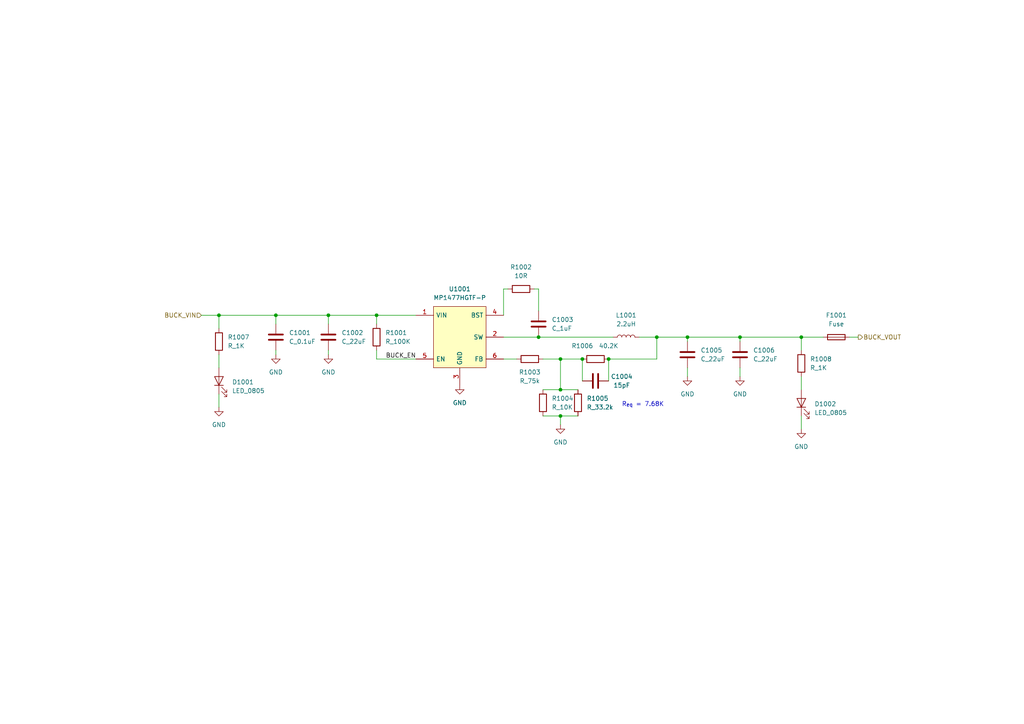
<source format=kicad_sch>
(kicad_sch (version 20211123) (generator eeschema)
  (paper "A4")
  (lib_symbols
    (symbol "Device:C" (pin_numbers hide) (pin_names (offset 0.254))
      (property "Reference" "C" (at 0.635 2.54 0))
      (property "Value" "C" (at 0.635 -2.54 0))
      (symbol "C_0_1"
        (polyline (pts (xy -2.032 -0.762) (xy 2.032 -0.762)) (stroke (width 0.508)))
        (polyline (pts (xy -2.032 0.762) (xy 2.032 0.762)) (stroke (width 0.508)))
      )
      (symbol "C_1_1"
        (pin passive line (at 0 3.81 270) (length 2.794) (name "~") (number "1"))
        (pin passive line (at 0 -3.81 90) (length 2.794) (name "~") (number "2"))
      )
    )
    (symbol "Device:Fuse" (pin_numbers hide) (pin_names (offset 0))
      (property "Reference" "F" (at 2.032 0 90))
      (property "Value" "Fuse" (at -1.905 0 90))
      (symbol "Fuse_0_1"
        (rectangle (start -0.762 -2.54) (end 0.762 2.54) (stroke (width 0.254)))
        (polyline (pts (xy 0 2.54) (xy 0 -2.54)))
      )
      (symbol "Fuse_1_1"
        (pin passive line (at 0 3.81 270) (length 1.27) (name "~") (number "1"))
        (pin passive line (at 0 -3.81 90) (length 1.27) (name "~") (number "2"))
      )
    )
    (symbol "Device:L" (pin_numbers hide) (pin_names (offset 1.016) hide)
      (property "Reference" "L" (at -1.27 0 90))
      (property "Value" "L" (at 1.905 0 90))
      (symbol "L_0_1"
        (arc (start 0 -2.54) (mid 0.635 -1.905) (end 0 -1.27))
        (arc (start 0 -1.27) (mid 0.635 -0.635) (end 0 0))
        (arc (start 0 0) (mid 0.635 0.635) (end 0 1.27))
        (arc (start 0 1.27) (mid 0.635 1.905) (end 0 2.54))
      )
      (symbol "L_1_1"
        (pin passive line (at 0 3.81 270) (length 1.27) (name "1") (number "1"))
        (pin passive line (at 0 -3.81 90) (length 1.27) (name "2") (number "2"))
      )
    )
    (symbol "Device:R" (pin_numbers hide) (pin_names (offset 0))
      (property "Reference" "R" (at 2.032 0 90))
      (property "Value" "R" (at 0 0 90))
      (symbol "R_0_1"
        (rectangle (start -1.016 -2.54) (end 1.016 2.54) (stroke (width 0.254)))
      )
      (symbol "R_1_1"
        (pin passive line (at 0 3.81 270) (length 1.27) (name "~") (number "1"))
        (pin passive line (at 0 -3.81 90) (length 1.27) (name "~") (number "2"))
      )
    )
    (symbol "formula:C_0.1uF" (pin_numbers hide) (pin_names (offset 0.254))
      (property "Reference" "C" (at 0.635 2.54 0))
      (property "Value" "C_0.1uF" (at 0.635 -2.54 0))
      (symbol "C_0.1uF_0_1"
        (polyline (pts (xy -2.032 -0.762) (xy 2.032 -0.762)) (stroke (width 0.508)))
        (polyline (pts (xy -2.032 0.762) (xy 2.032 0.762)) (stroke (width 0.508)))
      )
      (symbol "C_0.1uF_1_1"
        (pin passive line (at 0 3.81 270) (length 2.794) (name "~") (number "1"))
        (pin passive line (at 0 -3.81 90) (length 2.794) (name "~") (number "2"))
      )
    )
    (symbol "formula:C_1uF" (pin_numbers hide) (pin_names (offset 0.254))
      (property "Reference" "C" (at 0.635 3.81 0))
      (property "Value" "C_1uF" (at 0.635 -1.27 0))
      (symbol "C_1uF_0_1"
        (polyline (pts (xy -2.032 0.508) (xy 2.032 0.508)) (stroke (width 0.508)))
        (polyline (pts (xy -2.032 2.032) (xy 2.032 2.032)) (stroke (width 0.508)))
      )
      (symbol "C_1uF_1_1"
        (pin passive line (at 0 5.08 270) (length 2.794) (name "~") (number "1"))
        (pin passive line (at 0 -2.54 90) (length 2.794) (name "~") (number "2"))
      )
    )
    (symbol "formula:C_22uF" (pin_numbers hide) (pin_names (offset 0.254))
      (property "Reference" "C" (at 0.635 2.54 0))
      (property "Value" "C_22uF" (at 0.635 -2.54 0))
      (symbol "C_22uF_0_1"
        (polyline (pts (xy -2.032 -0.762) (xy 2.032 -0.762)) (stroke (width 0.508)))
        (polyline (pts (xy -2.032 0.762) (xy 2.032 0.762)) (stroke (width 0.508)))
      )
      (symbol "C_22uF_1_1"
        (pin passive line (at 0 3.81 270) (length 2.794) (name "~") (number "1"))
        (pin passive line (at 0 -3.81 90) (length 2.794) (name "~") (number "2"))
      )
    )
    (symbol "formula:LED_0805" (pin_numbers hide) (pin_names (offset 1.016) hide)
      (property "Reference" "D" (at 0 -2.54 0))
      (property "Value" "LED_0805" (at 0 2.54 0))
      (symbol "LED_0805_0_1"
        (polyline (pts (xy -1.27 -1.27) (xy -1.27 1.27)) (stroke (width 0.2032)))
        (polyline (pts (xy -1.27 0) (xy 1.27 0)))
        (polyline (pts (xy 1.27 -1.27) (xy 1.27 1.27) (xy -1.27 0) (xy 1.27 -1.27)) (stroke (width 0.2032)))
        (polyline (pts (xy -3.048 -0.762) (xy -4.572 -2.286) (xy -3.81 -2.286) (xy -4.572 -2.286) (xy -4.572 -1.524)))
        (polyline (pts (xy -1.778 -0.762) (xy -3.302 -2.286) (xy -2.54 -2.286) (xy -3.302 -2.286) (xy -3.302 -1.524)))
      )
      (symbol "LED_0805_1_1"
        (pin passive line (at -3.81 0 0) (length 2.54) (name "K") (number "1"))
        (pin passive line (at 3.81 0 180) (length 2.54) (name "A") (number "2"))
      )
    )
    (symbol "formula:MP1477HGTF-P" (pin_names (offset 0.762))
      (property "Reference" "U" (at -7.62 12.7 0))
      (property "Value" "MP1477HGTF-P" (at -7.62 10.16 0))
      (symbol "MP1477HGTF-P_0_0"
        (pin passive line (at -12.7 6.35 0) (length 5.08) (name "VIN") (number "1"))
        (pin passive line (at 12.7 0 180) (length 5.08) (name "SW") (number "2"))
        (pin passive line (at 0 -13.97 90) (length 5.08) (name "GND") (number "3"))
        (pin passive line (at 12.7 6.35 180) (length 5.08) (name "BST") (number "4"))
        (pin passive line (at -12.7 -6.35 0) (length 5.08) (name "EN") (number "5"))
        (pin passive line (at 12.7 -6.35 180) (length 5.08) (name "FB") (number "6"))
      )
      (symbol "MP1477HGTF-P_0_1"
        (polyline (pts (xy -7.62 8.89) (xy 7.62 8.89) (xy 7.62 -8.89) (xy -7.62 -8.89) (xy -7.62 8.89)) (stroke (width 0.1524)) (fill (type background)))
      )
    )
    (symbol "formula:R_100K" (pin_numbers hide) (pin_names (offset 0))
      (property "Reference" "R" (at 2.032 0 90))
      (property "Value" "R_100K" (at -2.54 0 90))
      (symbol "R_100K_0_1"
        (rectangle (start -1.016 -2.54) (end 1.016 2.54) (stroke (width 0.254)))
      )
      (symbol "R_100K_1_1"
        (pin passive line (at 0 3.81 270) (length 1.27) (name "~") (number "1"))
        (pin passive line (at 0 -3.81 90) (length 1.27) (name "~") (number "2"))
      )
    )
    (symbol "formula:R_10K" (pin_numbers hide) (pin_names (offset 0))
      (property "Reference" "R" (at 2.032 0 90))
      (property "Value" "R_10K" (at -2.54 0 90))
      (symbol "R_10K_0_1"
        (rectangle (start -1.016 -2.54) (end 1.016 2.54) (stroke (width 0.254)))
      )
      (symbol "R_10K_1_1"
        (pin passive line (at 0 3.81 270) (length 1.27) (name "~") (number "1"))
        (pin passive line (at 0 -3.81 90) (length 1.27) (name "~") (number "2"))
      )
    )
    (symbol "formula:R_1K" (pin_numbers hide) (pin_names (offset 0))
      (property "Reference" "R" (at 2.032 0 90))
      (property "Value" "R_1K" (at -2.54 0 90))
      (symbol "R_1K_0_1"
        (rectangle (start -1.016 -2.54) (end 1.016 2.54) (stroke (width 0.254)))
      )
      (symbol "R_1K_1_1"
        (pin passive line (at 0 3.81 270) (length 1.27) (name "~") (number "1"))
        (pin passive line (at 0 -3.81 90) (length 1.27) (name "~") (number "2"))
      )
    )
    (symbol "formula:R_33.2k" (pin_numbers hide) (pin_names (offset 0))
      (property "Reference" "R" (at 2.032 0 90))
      (property "Value" "R_33.2k" (at -2.54 0 90))
      (symbol "R_33.2k_0_1"
        (rectangle (start -1.016 -2.54) (end 1.016 2.54) (stroke (width 0.254)))
      )
      (symbol "R_33.2k_1_1"
        (pin passive line (at 0 3.81 270) (length 1.27) (name "~") (number "1"))
        (pin passive line (at 0 -3.81 90) (length 1.27) (name "~") (number "2"))
      )
    )
    (symbol "formula:R_75k" (pin_numbers hide) (pin_names (offset 0))
      (property "Reference" "R" (at 2.032 0 90))
      (property "Value" "R_75k" (at -2.54 0 90))
      (symbol "R_75k_0_1"
        (rectangle (start -1.016 -2.54) (end 1.016 2.54) (stroke (width 0.254)))
      )
      (symbol "R_75k_1_1"
        (pin passive line (at 0 3.81 270) (length 1.27) (name "~") (number "1"))
        (pin passive line (at 0 -3.81 90) (length 1.27) (name "~") (number "2"))
      )
    )
    (symbol "power:GND" (power) (pin_names (offset 0))
      (property "Value" "GND" (at 0 -3.81 0))
      (symbol "GND_0_1"
        (polyline (pts (xy 0 0) (xy 0 -1.27) (xy 1.27 -1.27) (xy 0 -2.54) (xy -1.27 -1.27) (xy 0 -1.27)))
      )
      (symbol "GND_1_1"
        (pin power_in line (at 0 0 270) (length 0) hide (name "GND") (number "1"))
      )
    )
  )
  (junction (at 95.25 91.44))
  (junction (at 162.56 104.14))
  (junction (at 162.56 120.65))
  (junction (at 232.41 97.79))
  (junction (at 63.5 91.44))
  (junction (at 176.53 104.14))
  (junction (at 109.22 91.44))
  (junction (at 199.39 97.79))
  (junction (at 190.5 97.79))
  (junction (at 162.56 113.03))
  (junction (at 214.63 97.79))
  (junction (at 168.91 104.14))
  (junction (at 156.21 97.79))
  (junction (at 80.01 91.44))
  (wire (pts (xy 95.25 101.6) (xy 95.25 102.87)))
  (wire (pts (xy 80.01 93.98) (xy 80.01 91.44)))
  (wire (pts (xy 109.22 91.44) (xy 120.65 91.44)))
  (wire (pts (xy 232.41 120.65) (xy 232.41 124.46)))
  (wire (pts (xy 146.05 83.82) (xy 146.05 91.44)))
  (wire (pts (xy 199.39 99.06) (xy 199.39 97.79)))
  (wire (pts (xy 199.39 106.68) (xy 199.39 109.22)))
  (wire (pts (xy 156.21 97.79) (xy 177.8 97.79)))
  (wire (pts (xy 95.25 93.98) (xy 95.25 91.44)))
  (wire (pts (xy 246.38 97.79) (xy 248.92 97.79)))
  (wire (pts (xy 63.5 114.3) (xy 63.5 118.11)))
  (wire (pts (xy 214.63 97.79) (xy 232.41 97.79)))
  (wire (pts (xy 63.5 91.44) (xy 63.5 95.25)))
  (wire (pts (xy 80.01 101.6) (xy 80.01 102.87)))
  (wire (pts (xy 80.01 91.44) (xy 95.25 91.44)))
  (wire (pts (xy 214.63 99.06) (xy 214.63 97.79)))
  (wire (pts (xy 154.94 83.82) (xy 156.21 83.82)))
  (wire (pts (xy 168.91 104.14) (xy 168.91 110.49)))
  (wire (pts (xy 156.21 83.82) (xy 156.21 90.17)))
  (wire (pts (xy 199.39 97.79) (xy 214.63 97.79)))
  (wire (pts (xy 147.32 83.82) (xy 146.05 83.82)))
  (wire (pts (xy 232.41 97.79) (xy 232.41 101.6)))
  (wire (pts (xy 190.5 97.79) (xy 190.5 104.14)))
  (wire (pts (xy 162.56 104.14) (xy 162.56 113.03)))
  (wire (pts (xy 162.56 120.65) (xy 162.56 123.19)))
  (wire (pts (xy 162.56 113.03) (xy 167.64 113.03)))
  (wire (pts (xy 109.22 101.6) (xy 109.22 104.14)))
  (wire (pts (xy 63.5 102.87) (xy 63.5 106.68)))
  (wire (pts (xy 58.42 91.44) (xy 63.5 91.44)))
  (wire (pts (xy 157.48 120.65) (xy 162.56 120.65)))
  (wire (pts (xy 146.05 97.79) (xy 156.21 97.79)))
  (wire (pts (xy 176.53 104.14) (xy 176.53 110.49)))
  (wire (pts (xy 95.25 91.44) (xy 109.22 91.44)))
  (wire (pts (xy 232.41 97.79) (xy 238.76 97.79)))
  (wire (pts (xy 109.22 91.44) (xy 109.22 93.98)))
  (wire (pts (xy 185.42 97.79) (xy 190.5 97.79)))
  (wire (pts (xy 109.22 104.14) (xy 120.65 104.14)))
  (wire (pts (xy 176.53 104.14) (xy 190.5 104.14)))
  (wire (pts (xy 157.48 113.03) (xy 162.56 113.03)))
  (wire (pts (xy 157.48 104.14) (xy 162.56 104.14)))
  (wire (pts (xy 162.56 120.65) (xy 167.64 120.65)))
  (wire (pts (xy 162.56 104.14) (xy 168.91 104.14)))
  (wire (pts (xy 232.41 109.22) (xy 232.41 113.03)))
  (wire (pts (xy 214.63 106.68) (xy 214.63 109.22)))
  (wire (pts (xy 190.5 97.79) (xy 199.39 97.79)))
  (wire (pts (xy 146.05 104.14) (xy 149.86 104.14)))
  (wire (pts (xy 63.5 91.44) (xy 80.01 91.44)))
  (text "R_{eq} = 7.68K" (at 180.34 118.11 0) (effects (font (size 1.27 1.27)) (justify left bottom)))
  (label "BUCK_EN" (at 120.65 104.14 180))
  (hierarchical_label "BUCK_VOUT" (shape output) (at 248.92 97.79 0))
  (hierarchical_label "BUCK_VIN" (shape input) (at 58.42 91.44 180))
  (symbol (lib_id "formula:R_75k") (at 153.67 104.14 90) (unit 1)
    (property "Reference" "R1003" (at 153.67 107.95 90))
    (property "Value" "R_75k" (at 153.67 110.49 90))
    (property "Footprint" "footprints:R_0805_OEM" (effects hide))
  )
  (symbol (lib_id "formula:R_1K") (at 63.5 99.06 0) (unit 1)
    (property "Reference" "R1007" (at 66.04 97.7899 0) (effects (justify left)))
    (property "Value" "R_1K" (at 66.04 100.3299 0) (effects (justify left)))
    (property "Footprint" "footprints:R_0805_OEM" (effects hide))
    (property "Datasheet" "https://www.seielect.com/Catalog/SEI-rncp.pdf" (effects hide))
    (property "MFN" "DK" (effects hide))
    (property "MPN" "RNCP0805FTD1K00CT-ND" (effects hide))
    (property "PurchasingLink" "https://www.digikey.com/products/en?keywords=RNCP0805FTD1K00CT-ND" (effects hide))
  )
  (symbol (lib_id "formula:C_22uF") (at 214.63 102.87 0) (unit 1)
    (property "Reference" "C1006" (at 218.44 101.5999 0) (effects (justify left)))
    (property "Value" "C_22uF" (at 218.44 104.1399 0) (effects (justify left)))
    (property "Footprint" "footprints:C_1206_OEM" (effects hide))
    (property "Datasheet" "https://product.tdk.com/info/en/catalog/datasheets/mlcc_commercial_general_en.pdf" (effects hide))
    (property "MFN" "DK" (effects hide))
    (property "MPN" "445-11693-1-ND" (effects hide))
    (property "PurchasingLink" "https://www.digikey.com/product-detail/en/tdk-corporation/C3216JB1C226M160AB/445-11693-1-ND/3953359" (effects hide))
  )
  (symbol (lib_id "power:GND") (at 133.35 111.76 0) (unit 1)
    (property "Reference" "#PWR?" (effects hide))
    (property "Value" "GND" (at 133.35 116.84 0))
  )
  (symbol (lib_id "Device:Fuse") (at 242.57 97.79 90) (unit 1)
    (property "Reference" "F1001" (at 242.57 91.44 90))
    (property "Value" "Fuse" (at 242.57 93.98 90))
  )
  (symbol (lib_id "formula:R_1K") (at 232.41 105.41 0) (unit 1)
    (property "Reference" "R1008" (at 234.95 104.1399 0) (effects (justify left)))
    (property "Value" "R_1K" (at 234.95 106.6799 0) (effects (justify left)))
    (property "Footprint" "footprints:R_0805_OEM" (effects hide))
    (property "Datasheet" "https://www.seielect.com/Catalog/SEI-rncp.pdf" (effects hide))
    (property "MFN" "DK" (effects hide))
    (property "MPN" "RNCP0805FTD1K00CT-ND" (effects hide))
    (property "PurchasingLink" "https://www.digikey.com/products/en?keywords=RNCP0805FTD1K00CT-ND" (effects hide))
  )
  (symbol (lib_id "power:GND") (at 232.41 124.46 0) (unit 1)
    (property "Reference" "#PWR?" (effects hide))
    (property "Value" "GND" (at 232.41 129.54 0))
  )
  (symbol (lib_id "formula:C_22uF") (at 199.39 102.87 0) (unit 1)
    (property "Reference" "C1005" (at 203.2 101.5999 0) (effects (justify left)))
    (property "Value" "C_22uF" (at 203.2 104.1399 0) (effects (justify left)))
    (property "Footprint" "footprints:C_1206_OEM" (effects hide))
    (property "Datasheet" "https://product.tdk.com/info/en/catalog/datasheets/mlcc_commercial_general_en.pdf" (effects hide))
    (property "MFN" "DK" (effects hide))
    (property "MPN" "445-11693-1-ND" (effects hide))
    (property "PurchasingLink" "https://www.digikey.com/product-detail/en/tdk-corporation/C3216JB1C226M160AB/445-11693-1-ND/3953359" (effects hide))
  )
  (symbol (lib_id "formula:LED_0805") (at 232.41 116.84 90) (unit 1)
    (property "Reference" "D1002" (at 236.22 117.1701 90) (effects (justify right)))
    (property "Value" "LED_0805" (at 236.22 119.7101 90) (effects (justify right)))
    (property "Footprint" "footprints:LED_0805_OEM" (effects hide))
    (property "Datasheet" "http://www.osram-os.com/Graphics/XPic9/00078860_0.pdf" (effects hide))
    (property "MFN" "DK" (effects hide))
    (property "MPN" "475-1410-1-ND" (effects hide))
    (property "PurchasingLink" "https://www.digikey.com/products/en?keywords=475-1410-1-ND" (effects hide))
  )
  (symbol (lib_id "formula:R_100K") (at 109.22 97.79 0) (unit 1)
    (property "Reference" "R1001" (at 111.76 96.5199 0) (effects (justify left)))
    (property "Value" "R_100K" (at 111.76 99.0599 0) (effects (justify left)))
    (property "Footprint" "footprints:R_0805_OEM" (effects hide))
    (property "Datasheet" "https://industrial.panasonic.com/cdbs/www-data/pdf/RDA0000/AOA0000C304.pdf" (effects hide))
    (property "MFN" "DK" (effects hide))
    (property "MPN" "P100KCCT-ND" (effects hide))
    (property "PurchasingLink" "https://www.digikey.com/product-detail/en/panasonic-electronic-components/ERJ-6ENF1003V/P100KCCT-ND/119551" (effects hide))
  )
  (symbol (lib_id "Device:L") (at 181.61 97.79 90) (unit 1)
    (property "Reference" "L1001" (at 181.61 91.44 90))
    (property "Value" "2.2uH" (at 181.61 93.98 90))
    (property "Footprint" "footprints:IND_SPM6530T-2R2M" (effects hide))
    (property "Datasheet" "https://product.tdk.com/en/system/files?file=dam/doc/product/inductor/inductor/smd/catalog/inductor_commercial_power_spm6530_en.pdf" (effects hide))
  )
  (symbol (lib_id "Device:R") (at 151.13 83.82 90) (unit 1)
    (property "Reference" "R1002" (at 151.13 77.47 90))
    (property "Value" "10R" (at 151.13 80.01 90))
    (property "Footprint" "footprints:R_0805_OEM" (effects hide))
  )
  (symbol (lib_id "formula:C_0.1uF") (at 80.01 97.79 0) (unit 1)
    (property "Reference" "C1001" (at 83.82 96.5199 0) (effects (justify left)))
    (property "Value" "C_0.1uF" (at 83.82 99.0599 0) (effects (justify left)))
    (property "Footprint" "footprints:C_0805_OEM" (effects hide))
    (property "Datasheet" "http://datasheets.avx.com/X7RDielectric.pdf" (effects hide))
    (property "MFN" "DK" (effects hide))
    (property "MPN" "478-3352-1-ND" (effects hide))
    (property "PurchasingLink" "https://www.digikey.com/products/en?keywords=478-3352-1-ND" (effects hide))
  )
  (symbol (lib_id "power:GND") (at 80.01 102.87 0) (unit 1)
    (property "Reference" "#PWR?" (effects hide))
    (property "Value" "GND" (at 80.01 107.95 0))
  )
  (symbol (lib_id "formula:MP1477HGTF-P") (at 133.35 97.79 0) (unit 1)
    (property "Reference" "U1001" (at 133.35 83.82 0))
    (property "Value" "MP1477HGTF-P" (at 133.35 86.36 0))
    (property "Footprint" "footprints:SOTFL50P160X60-6N" (effects hide))
    (property "Datasheet" "https://www.mouser.com/datasheet/2/277/MP1477H-2945475.pdf" (effects hide))
    (property "Description" "Switching Voltage Regulators 3A, 4.2-17V, 1.2MHz, High-Efficiency, Synchronous, Step-Down Converter In SOT 563" (effects hide))
    (property "Height" "0.6" (effects hide))
    (property "Mouser Part Number" "946-MP1477HGTF-P" (effects hide))
    (property "Mouser Price/Stock" "https://www.mouser.co.uk/ProductDetail/Monolithic-Power-Systems-MPS/MP1477HGTF-P?qs=fAHHVMwC%252BbgQVX6VldKIEg%3D%3D" (effects hide))
    (property "Manufacturer_Name" "Monolithic Power Systems (MPS)" (effects hide))
    (property "Manufacturer_Part_Number" "MP1477HGTF-P" (effects hide))
    (property "MPN" "MP1477HGTF-P" (effects hide))
  )
  (symbol (lib_id "formula:R_10K") (at 157.48 116.84 0) (unit 1)
    (property "Reference" "R1004" (at 160.02 115.5699 0) (effects (justify left)))
    (property "Value" "R_10K" (at 160.02 118.1099 0) (effects (justify left)))
    (property "Footprint" "footprints:R_0805_OEM" (effects hide))
    (property "Datasheet" "http://www.bourns.com/data/global/pdfs/CRS.pdf" (effects hide))
    (property "MFN" "DK" (effects hide))
    (property "MPN" "CRS0805-FX-1002ELFCT-ND" (effects hide))
    (property "PurchasingLink" "https://www.digikey.com/products/en?keywords=CRS0805-FX-1002ELFCT-ND" (effects hide))
  )
  (symbol (lib_id "Device:R") (at 172.72 104.14 90) (unit 1)
    (property "Reference" "R1006" (at 168.91 100.33 90))
    (property "Value" "40.2K" (at 176.53 100.33 90))
    (property "Footprint" "footprints:R_0805_OEM" (effects hide))
  )
  (symbol (lib_id "power:GND") (at 199.39 109.22 0) (unit 1)
    (property "Reference" "#PWR?" (effects hide))
    (property "Value" "GND" (at 199.39 114.3 0))
  )
  (symbol (lib_id "formula:C_22uF") (at 95.25 97.79 0) (unit 1)
    (property "Reference" "C1002" (at 99.06 96.5199 0) (effects (justify left)))
    (property "Value" "C_22uF" (at 99.06 99.0599 0) (effects (justify left)))
    (property "Footprint" "footprints:C_1206_OEM" (effects hide))
    (property "Datasheet" "https://product.tdk.com/info/en/catalog/datasheets/mlcc_commercial_general_en.pdf" (effects hide))
    (property "MFN" "DK" (effects hide))
    (property "MPN" "445-11693-1-ND" (effects hide))
    (property "PurchasingLink" "https://www.digikey.com/product-detail/en/tdk-corporation/C3216JB1C226M160AB/445-11693-1-ND/3953359" (effects hide))
  )
  (symbol (lib_id "power:GND") (at 63.5 118.11 0) (unit 1)
    (property "Reference" "#PWR?" (effects hide))
    (property "Value" "GND" (at 63.5 123.19 0))
  )
  (symbol (lib_id "power:GND") (at 162.56 123.19 0) (unit 1)
    (property "Reference" "#PWR?" (effects hide))
    (property "Value" "GND" (at 162.56 128.27 0))
  )
  (symbol (lib_id "formula:LED_0805") (at 63.5 110.49 90) (unit 1)
    (property "Reference" "D1001" (at 67.31 110.8201 90) (effects (justify right)))
    (property "Value" "LED_0805" (at 67.31 113.3601 90) (effects (justify right)))
    (property "Footprint" "footprints:LED_0805_OEM" (effects hide))
    (property "Datasheet" "http://www.osram-os.com/Graphics/XPic9/00078860_0.pdf" (effects hide))
    (property "MFN" "DK" (effects hide))
    (property "MPN" "475-1410-1-ND" (effects hide))
    (property "PurchasingLink" "https://www.digikey.com/products/en?keywords=475-1410-1-ND" (effects hide))
  )
  (symbol (lib_id "power:GND") (at 214.63 109.22 0) (unit 1)
    (property "Reference" "#PWR?" (effects hide))
    (property "Value" "GND" (at 214.63 114.3 0))
  )
  (symbol (lib_id "power:GND") (at 95.25 102.87 0) (unit 1)
    (property "Reference" "#PWR?" (effects hide))
    (property "Value" "GND" (at 95.25 107.95 0))
  )
  (symbol (lib_id "formula:C_1uF") (at 156.21 95.25 0) (unit 1)
    (property "Reference" "C1003" (at 160.02 92.7099 0) (effects (justify left)))
    (property "Value" "C_1uF" (at 160.02 95.2499 0) (effects (justify left)))
    (property "Footprint" "footprints:C_0805_OEM" (effects hide))
    (property "Datasheet" "https://media.digikey.com/pdf/Data%20Sheets/Samsung%20PDFs/CL21B105KBFNNNG_Spec.pdf" (effects hide))
    (property "PurchasingLink" "https://www.digikey.com/en/products/detail/samsung-electro-mechanics/CL21B105KBFNNNG/3894467" (effects hide))
    (property "MFN" "DK" (effects hide))
    (property "MPN" "1276-6470-1-ND" (effects hide))
  )
  (symbol (lib_id "Device:C") (at 172.72 110.49 90) (unit 1)
    (property "Reference" "C1004" (at 180.34 109.22 90))
    (property "Value" "15pF" (at 180.34 111.76 90))
    (property "Footprint" "footprints:C_0805_OEM" (effects hide))
  )
  (symbol (lib_id "formula:R_33.2k") (at 167.64 116.84 0) (unit 1)
    (property "Reference" "R1005" (at 170.18 115.5699 0) (effects (justify left)))
    (property "Value" "R_33.2k" (at 170.18 118.1099 0) (effects (justify left)))
    (property "Footprint" "footprints:R_0805_OEM" (effects hide))
    (property "MFN" "TE" (effects hide))
    (property "MPN" "5-2176093-2" (effects hide))
    (property "PurchasingLink" "https://www.digikey.com/en/products/detail/te-connectivity-passive-product/5-2176093-2/4034157" (effects hide))
  )
)
</source>
